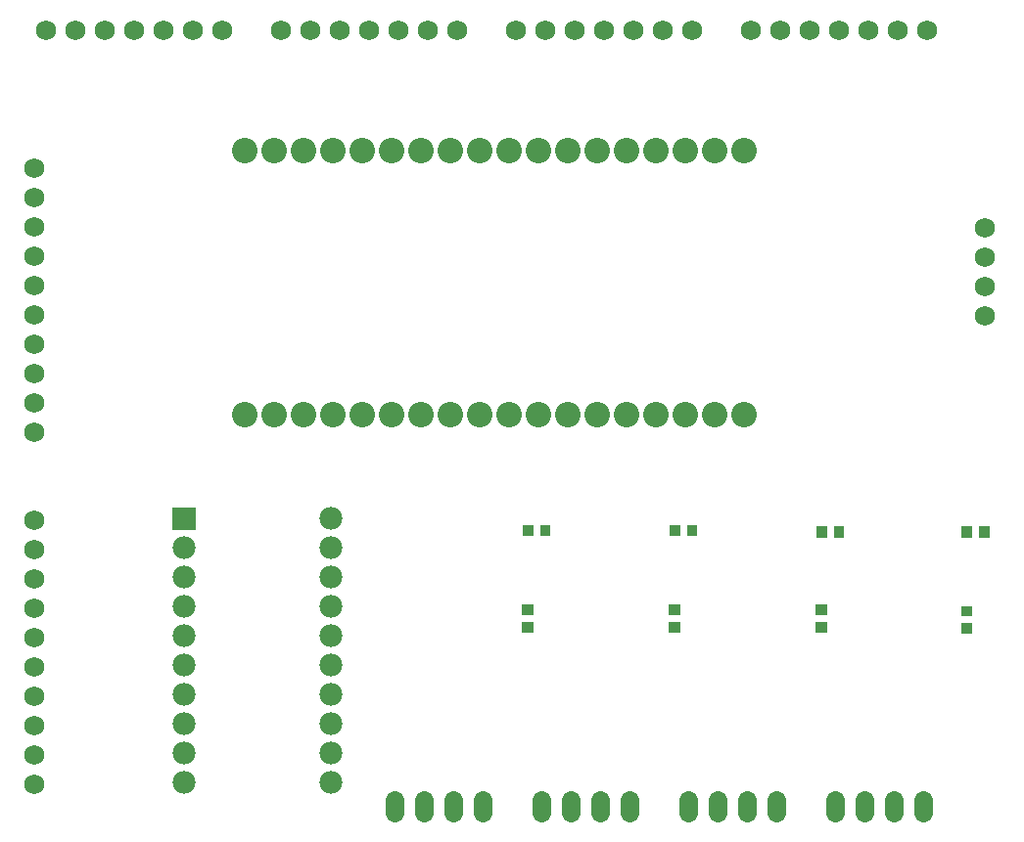
<source format=gts>
G04 Layer: TopSolderMaskLayer*
G04 EasyEDA v6.4.25, 2021-11-04T19:40:49--3:00*
G04 bceacf3c99fb4bb2a8aa43b2ed6fd2bc,9d8cb5f435b04c98b99c45f15073e7be,10*
G04 Gerber Generator version 0.2*
G04 Scale: 100 percent, Rotated: No, Reflected: No *
G04 Dimensions in millimeters *
G04 leading zeros omitted , absolute positions ,4 integer and 5 decimal *
%FSLAX45Y45*%
%MOMM*%

%ADD22C,1.6027*%
%ADD23C,1.9812*%
%ADD25C,1.7272*%
%ADD26C,2.2032*%

%LPD*%
D22*
X8458200Y109093D02*
G01*
X8458200Y221106D01*
X8712200Y109093D02*
G01*
X8712200Y221106D01*
X8966200Y109093D02*
G01*
X8966200Y221106D01*
X9220200Y109093D02*
G01*
X9220200Y221106D01*
X9728200Y109093D02*
G01*
X9728200Y221106D01*
X9982200Y109093D02*
G01*
X9982200Y221106D01*
X10236200Y109093D02*
G01*
X10236200Y221106D01*
X10490200Y109093D02*
G01*
X10490200Y221106D01*
X10998200Y109093D02*
G01*
X10998200Y221106D01*
X11252200Y109093D02*
G01*
X11252200Y221106D01*
X11506200Y109093D02*
G01*
X11506200Y221106D01*
X11760200Y109093D02*
G01*
X11760200Y221106D01*
X12268200Y109093D02*
G01*
X12268200Y221106D01*
X12522200Y109093D02*
G01*
X12522200Y221106D01*
X12776200Y109093D02*
G01*
X12776200Y221106D01*
X13030200Y109093D02*
G01*
X13030200Y221106D01*
D23*
G01*
X6642100Y1130300D03*
G01*
X6642100Y876300D03*
G01*
X6642100Y622300D03*
G01*
X6642100Y368300D03*
G01*
X6642100Y1384300D03*
G01*
X6642100Y2146300D03*
G01*
X6642100Y2400300D03*
G36*
X6543040Y2555239D02*
G01*
X6543040Y2753360D01*
X6741159Y2753360D01*
X6741159Y2555239D01*
G37*
G01*
X7912100Y368300D03*
G01*
X7912100Y622300D03*
G01*
X7912100Y876300D03*
G01*
X7912100Y1130300D03*
G01*
X7912100Y1384300D03*
G01*
X7912100Y1638300D03*
G01*
X7912100Y1892300D03*
G01*
X7912100Y2146300D03*
G01*
X7912100Y2400300D03*
G01*
X7912100Y2654300D03*
G01*
X6642100Y1638300D03*
G01*
X6642100Y1892300D03*
D25*
G01*
X6972300Y6883400D03*
G01*
X6718300Y6883400D03*
G01*
X6210300Y6883400D03*
G01*
X6464300Y6883400D03*
G01*
X5448300Y6883400D03*
G01*
X5702300Y6883400D03*
G01*
X5956300Y6883400D03*
G01*
X13563600Y4406900D03*
G01*
X13563600Y4660900D03*
G01*
X13563600Y4914900D03*
G01*
X13563600Y5168900D03*
G01*
X5346700Y355600D03*
G01*
X5346700Y609600D03*
G01*
X5346700Y863600D03*
G01*
X5346700Y1117600D03*
G01*
X5346700Y1371600D03*
G01*
X5346700Y1625600D03*
G01*
X5346700Y1879600D03*
G01*
X5346700Y2133600D03*
G01*
X5346700Y2387600D03*
G01*
X5346700Y2641600D03*
G01*
X11036300Y6883400D03*
G01*
X10782300Y6883400D03*
G01*
X10274300Y6883400D03*
G01*
X10528300Y6883400D03*
G01*
X9512300Y6883400D03*
G01*
X9766300Y6883400D03*
G01*
X10020300Y6883400D03*
D26*
G01*
X11480800Y5842000D03*
G01*
X11226800Y5842000D03*
G01*
X10972800Y5842000D03*
G01*
X10718800Y5842000D03*
G01*
X10464800Y5842000D03*
G01*
X10210800Y5842000D03*
G01*
X9956800Y5842000D03*
G01*
X9702800Y5842000D03*
G01*
X9448800Y5842000D03*
G01*
X9194800Y5842000D03*
G01*
X8940800Y5842000D03*
G01*
X8686800Y5842000D03*
G01*
X8432800Y5842000D03*
G01*
X8178800Y5842000D03*
G01*
X7924800Y5842000D03*
G01*
X7670800Y5842000D03*
G01*
X7416800Y5842000D03*
G01*
X7162800Y5842000D03*
G01*
X7162800Y3556000D03*
G01*
X7416800Y3556000D03*
G01*
X7670800Y3556000D03*
G01*
X7924800Y3556000D03*
G01*
X8178800Y3556000D03*
G01*
X8432800Y3556000D03*
G01*
X8686800Y3556000D03*
G01*
X8940800Y3556000D03*
G01*
X9194800Y3556000D03*
G01*
X9448800Y3556000D03*
G01*
X9702800Y3556000D03*
G01*
X9956800Y3556000D03*
G01*
X10210800Y3556000D03*
G01*
X10464800Y3556000D03*
G01*
X10718800Y3556000D03*
G01*
X10972800Y3556000D03*
G01*
X11226800Y3556000D03*
G01*
X11480800Y3556000D03*
D25*
G01*
X9004300Y6883400D03*
G01*
X8750300Y6883400D03*
G01*
X8242300Y6883400D03*
G01*
X8496300Y6883400D03*
G01*
X7480300Y6883400D03*
G01*
X7734300Y6883400D03*
G01*
X7988300Y6883400D03*
G01*
X13068300Y6883400D03*
G01*
X12814300Y6883400D03*
G01*
X12306300Y6883400D03*
G01*
X12560300Y6883400D03*
G01*
X11544300Y6883400D03*
G01*
X11798300Y6883400D03*
G01*
X12052300Y6883400D03*
G01*
X5346700Y3403600D03*
G01*
X5346700Y3657600D03*
G01*
X5346700Y3911600D03*
G01*
X5346700Y4165600D03*
G01*
X5346700Y4419600D03*
G01*
X5346700Y4673600D03*
G01*
X5346700Y4927600D03*
G01*
X5346700Y5181600D03*
G01*
X5346700Y5435600D03*
G01*
X5346700Y5689600D03*
G36*
X9565640Y1820671D02*
G01*
X9565640Y1911350D01*
X9662159Y1911350D01*
X9662159Y1820671D01*
G37*
G36*
X9565640Y1670050D02*
G01*
X9565640Y1760728D01*
X9662159Y1760728D01*
X9662159Y1670050D01*
G37*
G36*
X9720072Y2504439D02*
G01*
X9720072Y2600960D01*
X9810750Y2600960D01*
X9810750Y2504439D01*
G37*
G36*
X9569450Y2504439D02*
G01*
X9569450Y2600960D01*
X9660127Y2600960D01*
X9660127Y2504439D01*
G37*
G36*
X10990072Y2504439D02*
G01*
X10990072Y2600960D01*
X11080750Y2600960D01*
X11080750Y2504439D01*
G37*
G36*
X10839450Y2504439D02*
G01*
X10839450Y2600960D01*
X10930127Y2600960D01*
X10930127Y2504439D01*
G37*
G36*
X10835640Y1820671D02*
G01*
X10835640Y1911350D01*
X10932159Y1911350D01*
X10932159Y1820671D01*
G37*
G36*
X10835640Y1670050D02*
G01*
X10835640Y1760728D01*
X10932159Y1760728D01*
X10932159Y1670050D01*
G37*
G36*
X13362940Y1657350D02*
G01*
X13362940Y1748028D01*
X13459459Y1748028D01*
X13459459Y1657350D01*
G37*
G36*
X13362940Y1807971D02*
G01*
X13362940Y1898650D01*
X13459459Y1898650D01*
X13459459Y1807971D01*
G37*
G36*
X13517372Y2491739D02*
G01*
X13517372Y2588260D01*
X13608050Y2588260D01*
X13608050Y2491739D01*
G37*
G36*
X13366750Y2491739D02*
G01*
X13366750Y2588260D01*
X13457427Y2588260D01*
X13457427Y2491739D01*
G37*
G36*
X12260072Y2491739D02*
G01*
X12260072Y2588260D01*
X12350750Y2588260D01*
X12350750Y2491739D01*
G37*
G36*
X12109450Y2491739D02*
G01*
X12109450Y2588260D01*
X12200127Y2588260D01*
X12200127Y2491739D01*
G37*
G36*
X12105640Y1670050D02*
G01*
X12105640Y1760728D01*
X12202159Y1760728D01*
X12202159Y1670050D01*
G37*
G36*
X12105640Y1820671D02*
G01*
X12105640Y1911350D01*
X12202159Y1911350D01*
X12202159Y1820671D01*
G37*
M02*

</source>
